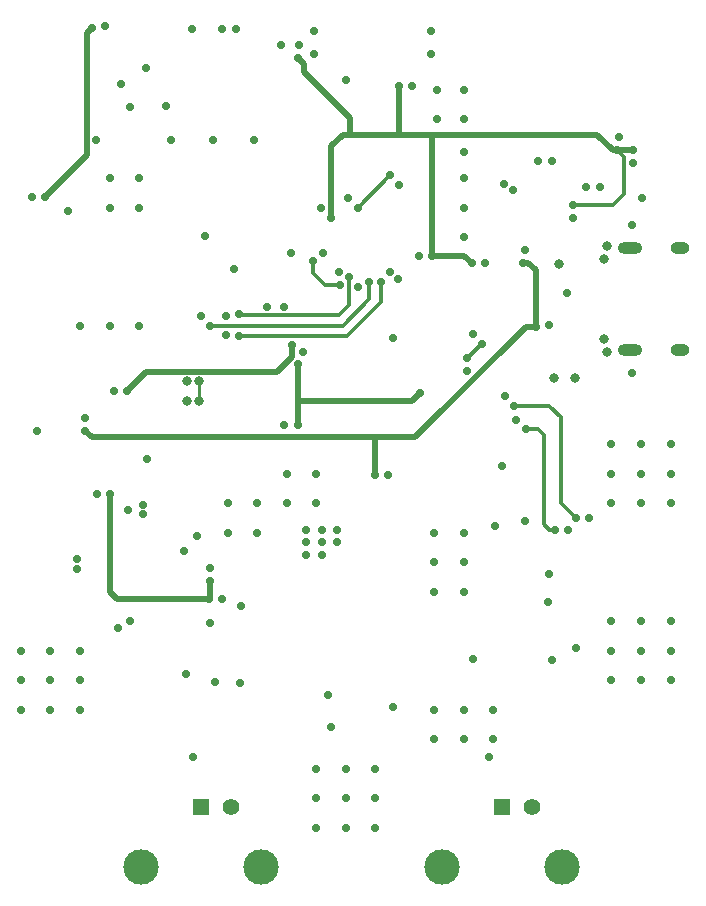
<source format=gbr>
%TF.GenerationSoftware,KiCad,Pcbnew,9.0.6*%
%TF.CreationDate,2025-12-09T00:58:21-06:00*%
%TF.ProjectId,Mixed_Signal_generator_analyzer,4d697865-645f-4536-9967-6e616c5f6765,rev?*%
%TF.SameCoordinates,Original*%
%TF.FileFunction,Copper,L4,Bot*%
%TF.FilePolarity,Positive*%
%FSLAX46Y46*%
G04 Gerber Fmt 4.6, Leading zero omitted, Abs format (unit mm)*
G04 Created by KiCad (PCBNEW 9.0.6) date 2025-12-09 00:58:21*
%MOMM*%
%LPD*%
G01*
G04 APERTURE LIST*
%TA.AperFunction,HeatsinkPad*%
%ADD10O,2.100000X1.000000*%
%TD*%
%TA.AperFunction,HeatsinkPad*%
%ADD11O,1.600000X1.000000*%
%TD*%
%TA.AperFunction,ComponentPad*%
%ADD12R,1.400000X1.400000*%
%TD*%
%TA.AperFunction,ComponentPad*%
%ADD13C,1.400000*%
%TD*%
%TA.AperFunction,ComponentPad*%
%ADD14C,3.000000*%
%TD*%
%TA.AperFunction,ViaPad*%
%ADD15C,0.700000*%
%TD*%
%TA.AperFunction,ViaPad*%
%ADD16C,0.800000*%
%TD*%
%TA.AperFunction,Conductor*%
%ADD17C,0.500000*%
%TD*%
%TA.AperFunction,Conductor*%
%ADD18C,0.293370*%
%TD*%
%TA.AperFunction,Conductor*%
%ADD19C,0.300000*%
%TD*%
G04 APERTURE END LIST*
D10*
%TO.P,J2,S1,SHIELD*%
%TO.N,unconnected-(J2-SHIELD-PadS1)_2*%
X138080000Y-78770000D03*
D11*
%TO.N,unconnected-(J2-SHIELD-PadS1)_3*%
X142260000Y-78770000D03*
D10*
%TO.N,unconnected-(J2-SHIELD-PadS1)*%
X138080000Y-70130000D03*
D11*
%TO.N,unconnected-(J2-SHIELD-PadS1)_1*%
X142260000Y-70130000D03*
%TD*%
D12*
%TO.P,J5,1,In*%
%TO.N,GND*%
X127250000Y-117460000D03*
D13*
%TO.P,J5,2,Ext*%
%TO.N,/DAC/OUT*%
X129790000Y-117460000D03*
D14*
%TO.P,J5,3,GND*%
%TO.N,GND*%
X122170000Y-122540000D03*
%TO.P,J5,4,GND*%
X132330000Y-122540000D03*
%TD*%
D12*
%TO.P,J4,1,In*%
%TO.N,GND*%
X101750000Y-117460000D03*
D13*
%TO.P,J4,2,Ext*%
%TO.N,Net-(D8-A2)*%
X104290000Y-117460000D03*
D14*
%TO.P,J4,3,GND*%
%TO.N,GND*%
X96670000Y-122540000D03*
%TO.P,J4,4,GND*%
X106830000Y-122540000D03*
%TD*%
D15*
%TO.N,+3.3VA*%
X102400000Y-99850000D03*
X94000000Y-90950000D03*
X102500000Y-98350000D03*
X95480000Y-82270000D03*
X109450000Y-78350000D03*
%TO.N,GND*%
X106200000Y-61000000D03*
X108800000Y-75150000D03*
D16*
X132050000Y-71500000D03*
D15*
X112000000Y-94050000D03*
X110600000Y-94050000D03*
X135500000Y-64950000D03*
X112750000Y-110750000D03*
X100275000Y-95850000D03*
X112000000Y-96150000D03*
X114200000Y-65950000D03*
X116500000Y-116750000D03*
X126650000Y-93700000D03*
X110400000Y-78950000D03*
D16*
X135850000Y-77842104D03*
D15*
X139000000Y-86750000D03*
X102500000Y-101900000D03*
X94750000Y-102350000D03*
X106500000Y-94250000D03*
X133250000Y-67600000D03*
X136500000Y-86750000D03*
X102500000Y-97250000D03*
X111500000Y-114250000D03*
D16*
X133412500Y-81150000D03*
D15*
X126500000Y-111750000D03*
X91225000Y-96525000D03*
X94000000Y-64250000D03*
X100500000Y-106250000D03*
X127500000Y-82700000D03*
X106500000Y-91750000D03*
X100950000Y-51650000D03*
X131250000Y-76660000D03*
X124000000Y-66750000D03*
X119600000Y-56400000D03*
D16*
X135850000Y-71050000D03*
D15*
X113450000Y-72150000D03*
X96850000Y-92700000D03*
X136500000Y-89250000D03*
X136500000Y-101750000D03*
X129175000Y-93300000D03*
X111300000Y-51750000D03*
X109400000Y-70600000D03*
X114000000Y-119250000D03*
X125800000Y-71450000D03*
X124750000Y-77450000D03*
X98750000Y-58150000D03*
X86500000Y-104250000D03*
X105100000Y-100475000D03*
X107350000Y-75150000D03*
X139000000Y-89250000D03*
X101750000Y-75950000D03*
X92850000Y-61050000D03*
X111500000Y-116750000D03*
X121200000Y-51775000D03*
X138250000Y-80750000D03*
X121500000Y-111750000D03*
X113300000Y-95050000D03*
X131500000Y-62800000D03*
X111875000Y-66800000D03*
X139000000Y-104250000D03*
X111500000Y-91750000D03*
X131150000Y-100100000D03*
X90500000Y-67000000D03*
X128150000Y-65250000D03*
X93600000Y-51350000D03*
X108500000Y-52950000D03*
D16*
X100600000Y-81450000D03*
D15*
X102775000Y-61000000D03*
X110000000Y-52950000D03*
X117750000Y-72200000D03*
X116500000Y-114250000D03*
X89000000Y-109250000D03*
X115000000Y-73500000D03*
X96500000Y-76750000D03*
X121500000Y-94250000D03*
X87855000Y-85650000D03*
X121500000Y-99250000D03*
X89000000Y-106750000D03*
X101400000Y-94559999D03*
X86500000Y-109250000D03*
X94000000Y-66750000D03*
X91500000Y-104250000D03*
X104750000Y-51650000D03*
X95550000Y-92350000D03*
X134600000Y-93000000D03*
D16*
X100600000Y-83100000D03*
D15*
X139050000Y-65900000D03*
X91500000Y-106750000D03*
X104000000Y-91750000D03*
X110600000Y-95050000D03*
X99225000Y-61000000D03*
X116500000Y-119250000D03*
X111500000Y-119250000D03*
D16*
X131612500Y-81150000D03*
D15*
X113300000Y-94050000D03*
X102950000Y-106925000D03*
X133500000Y-104000000D03*
X121500000Y-96750000D03*
X109000000Y-89250000D03*
X117550000Y-89400000D03*
X118500000Y-64800000D03*
X141500000Y-101750000D03*
X139000000Y-91750000D03*
X141500000Y-86750000D03*
D16*
X136150000Y-78942104D03*
D15*
X102125000Y-69175000D03*
D16*
X136150000Y-69950000D03*
D15*
X91950000Y-84550000D03*
X136500000Y-104250000D03*
X124000000Y-109250000D03*
X103900000Y-77500000D03*
X124250000Y-80600000D03*
X124000000Y-69250000D03*
X103500000Y-51650000D03*
X96500000Y-64250000D03*
X95000000Y-56250000D03*
X114000000Y-55900000D03*
X138250000Y-68250000D03*
X132710000Y-73990000D03*
X112500000Y-108000000D03*
X109000000Y-91750000D03*
X127225000Y-88625000D03*
X91225000Y-97325000D03*
X141500000Y-106750000D03*
X132850000Y-94050000D03*
X138300000Y-62950000D03*
X104525000Y-71975000D03*
X111300000Y-53750000D03*
X131500000Y-105000000D03*
X136500000Y-106750000D03*
X131250000Y-97750000D03*
X121750000Y-59250000D03*
X129200000Y-70300000D03*
X105075000Y-107000000D03*
X120200000Y-70800000D03*
X124000000Y-94250000D03*
X96850000Y-91950000D03*
X139000000Y-106750000D03*
X104000000Y-94250000D03*
X91500000Y-76750000D03*
X124800000Y-104975000D03*
X124000000Y-59250000D03*
X87400000Y-65850000D03*
X103900000Y-75950000D03*
X127400000Y-64750000D03*
X114000000Y-116750000D03*
X134300000Y-64950000D03*
X97080000Y-54900000D03*
X137150000Y-60750000D03*
X89000000Y-104250000D03*
X95750000Y-101750000D03*
X103500000Y-99850000D03*
X121750000Y-56750000D03*
X118000000Y-109025000D03*
X96500000Y-66750000D03*
X136500000Y-91750000D03*
X139000000Y-101750000D03*
X101100000Y-113250000D03*
X124000000Y-62000000D03*
X112000000Y-95050000D03*
X110600000Y-96150000D03*
X97175000Y-88022794D03*
X91500000Y-109250000D03*
X121200000Y-53700000D03*
X108800000Y-85150000D03*
X95700000Y-58250000D03*
X118400000Y-72750000D03*
X124000000Y-96750000D03*
X92900000Y-90950000D03*
X130250000Y-62800000D03*
X111500000Y-89250000D03*
X124000000Y-64250000D03*
X112100000Y-70550000D03*
X94000000Y-76750000D03*
X121500000Y-109250000D03*
X124000000Y-111750000D03*
X118000000Y-77750000D03*
X126500000Y-109250000D03*
X141500000Y-91750000D03*
X124000000Y-99250000D03*
X94350000Y-82250000D03*
X128450000Y-84750000D03*
X126150000Y-113250000D03*
X124000000Y-56750000D03*
X114000000Y-114250000D03*
X141500000Y-89250000D03*
X141500000Y-104250000D03*
X86500000Y-106750000D03*
%TO.N,+5V*%
X130150000Y-76850000D03*
X91950000Y-85650000D03*
X129000000Y-71400000D03*
X116450000Y-89400000D03*
%TO.N,+3.3V*%
X109950000Y-79950000D03*
X121300000Y-70800000D03*
X109950000Y-85150000D03*
X92500000Y-51500000D03*
X109950000Y-54050000D03*
X137000000Y-61850000D03*
X133250000Y-66500000D03*
X120325000Y-82450000D03*
X118500000Y-56400000D03*
X138300000Y-61850000D03*
X88500000Y-65850000D03*
X112750000Y-67600000D03*
X124700000Y-71450000D03*
%TO.N,/MCU/NRST*%
X111250000Y-71250000D03*
X113500000Y-73250000D03*
D16*
%TO.N,SPI1_NSS*%
X101600000Y-81450000D03*
X101600000Y-83100000D03*
D15*
%TO.N,/MCU/TIM4_CH1*%
X105000000Y-77610003D03*
X117000000Y-73000000D03*
%TO.N,/MCU/BOOT0*%
X117750000Y-64000000D03*
X115000000Y-66750000D03*
%TO.N,/MCU/TIM4_CH2*%
X102500000Y-76750000D03*
X116000000Y-73000000D03*
%TO.N,/MCU/TIM4_CH3*%
X114298492Y-72619397D03*
X105000000Y-75750000D03*
%TO.N,SPI2_NSS*%
X125500000Y-78250000D03*
X124250000Y-79500000D03*
%TO.N,DAC_NLDAC*%
X128250000Y-83500000D03*
X133500000Y-93000000D03*
%TO.N,DAC_NCLR*%
X129250000Y-85500000D03*
X131750000Y-94000000D03*
%TD*%
D17*
%TO.N,+3.3VA*%
X102500000Y-99750000D02*
X102500000Y-98350000D01*
X94600000Y-99850000D02*
X94000000Y-99250000D01*
X97111000Y-80639000D02*
X108161000Y-80639000D01*
X108161000Y-80639000D02*
X109450000Y-79350000D01*
X102400000Y-99850000D02*
X94600000Y-99850000D01*
X102400000Y-99850000D02*
X102500000Y-99750000D01*
X109450000Y-79350000D02*
X109450000Y-78350000D01*
X95480000Y-82270000D02*
X97111000Y-80639000D01*
X94000000Y-99250000D02*
X94000000Y-90950000D01*
D18*
%TO.N,GND*%
X106200000Y-61000000D02*
X106050000Y-61000000D01*
D17*
%TO.N,+5V*%
X129250000Y-76850000D02*
X130150000Y-76850000D01*
X129000000Y-71400000D02*
X129450000Y-71400000D01*
X129450000Y-71400000D02*
X130100000Y-72050000D01*
X119900000Y-86200000D02*
X129250000Y-76850000D01*
X92500000Y-86200000D02*
X116400000Y-86200000D01*
X130100000Y-72050000D02*
X130100000Y-76800000D01*
X116450000Y-89400000D02*
X116450000Y-86450000D01*
X116200000Y-86200000D02*
X119900000Y-86200000D01*
X130100000Y-76800000D02*
X130150000Y-76850000D01*
X91950000Y-85650000D02*
X92500000Y-86200000D01*
D19*
%TO.N,+3.3V*%
X133250000Y-66500000D02*
X136650000Y-66500000D01*
D17*
X109950000Y-54050000D02*
X110450000Y-54550000D01*
X114350000Y-60550000D02*
X118550000Y-60550000D01*
X124050000Y-70800000D02*
X124700000Y-71450000D01*
X118550000Y-60550000D02*
X118500000Y-60500000D01*
X92089000Y-51911000D02*
X92089000Y-62261000D01*
X110450000Y-54550000D02*
X110450000Y-55250000D01*
X109950000Y-79950000D02*
X109950000Y-83150000D01*
X109950000Y-83150000D02*
X109950000Y-85150000D01*
D19*
X136650000Y-66500000D02*
X137600000Y-65550000D01*
D17*
X112750000Y-67600000D02*
X112750000Y-61550000D01*
X92500000Y-51500000D02*
X92089000Y-51911000D01*
X137000000Y-61850000D02*
X136600000Y-61850000D01*
X120325000Y-82450000D02*
X119625000Y-83150000D01*
X114350000Y-59150000D02*
X114350000Y-60550000D01*
X138300000Y-61850000D02*
X137000000Y-61850000D01*
X112750000Y-61550000D02*
X113750000Y-60550000D01*
X121300000Y-70800000D02*
X121300000Y-60550000D01*
X136600000Y-61850000D02*
X135300000Y-60550000D01*
X134750000Y-60550000D02*
X121300000Y-60550000D01*
X113750000Y-60550000D02*
X114350000Y-60550000D01*
X118500000Y-60500000D02*
X118500000Y-56400000D01*
X92089000Y-62261000D02*
X88500000Y-65850000D01*
X135300000Y-60550000D02*
X134750000Y-60550000D01*
X121300000Y-60550000D02*
X118550000Y-60550000D01*
X110450000Y-55250000D02*
X114350000Y-59150000D01*
X119625000Y-83150000D02*
X109950000Y-83150000D01*
D19*
X137600000Y-62450000D02*
X137000000Y-61850000D01*
X137600000Y-65550000D02*
X137600000Y-62450000D01*
D17*
X121300000Y-70800000D02*
X124050000Y-70800000D01*
D19*
%TO.N,/MCU/NRST*%
X112250000Y-73250000D02*
X111250000Y-72250000D01*
X111250000Y-72250000D02*
X111250000Y-71250000D01*
X113500000Y-73250000D02*
X112250000Y-73250000D01*
D18*
%TO.N,SPI1_NSS*%
X101600000Y-83100000D02*
X101600000Y-81450000D01*
D19*
%TO.N,/MCU/TIM4_CH1*%
X105000000Y-77610003D02*
X105110003Y-77500000D01*
X117000000Y-74750000D02*
X117000000Y-73000000D01*
X105000000Y-77610003D02*
X114139997Y-77610003D01*
X114139997Y-77610003D02*
X117000000Y-74750000D01*
%TO.N,/MCU/BOOT0*%
X115000000Y-66750000D02*
X117750000Y-64000000D01*
%TO.N,/MCU/TIM4_CH2*%
X116000000Y-74500000D02*
X116000000Y-73000000D01*
X113750000Y-76750000D02*
X116000000Y-74500000D01*
X102500000Y-76750000D02*
X113750000Y-76750000D01*
%TO.N,/MCU/TIM4_CH3*%
X113439000Y-75811000D02*
X105061000Y-75811000D01*
X114250000Y-72667889D02*
X114250000Y-75000000D01*
X114250000Y-75000000D02*
X113439000Y-75811000D01*
X114298492Y-72619397D02*
X114250000Y-72667889D01*
X105061000Y-75811000D02*
X105000000Y-75750000D01*
%TO.N,SPI2_NSS*%
X125500000Y-78250000D02*
X124250000Y-79500000D01*
%TO.N,DAC_NLDAC*%
X132250000Y-84500000D02*
X132250000Y-91750000D01*
X128250000Y-83500000D02*
X131250000Y-83500000D01*
X132250000Y-91750000D02*
X133500000Y-93000000D01*
X131250000Y-83500000D02*
X132250000Y-84500000D01*
%TO.N,DAC_NCLR*%
X131250000Y-94000000D02*
X131750000Y-94000000D01*
X130750000Y-93500000D02*
X131250000Y-94000000D01*
X130750000Y-86000000D02*
X130750000Y-93500000D01*
X130250000Y-85500000D02*
X130750000Y-86000000D01*
X129250000Y-85500000D02*
X130250000Y-85500000D01*
%TD*%
M02*

</source>
